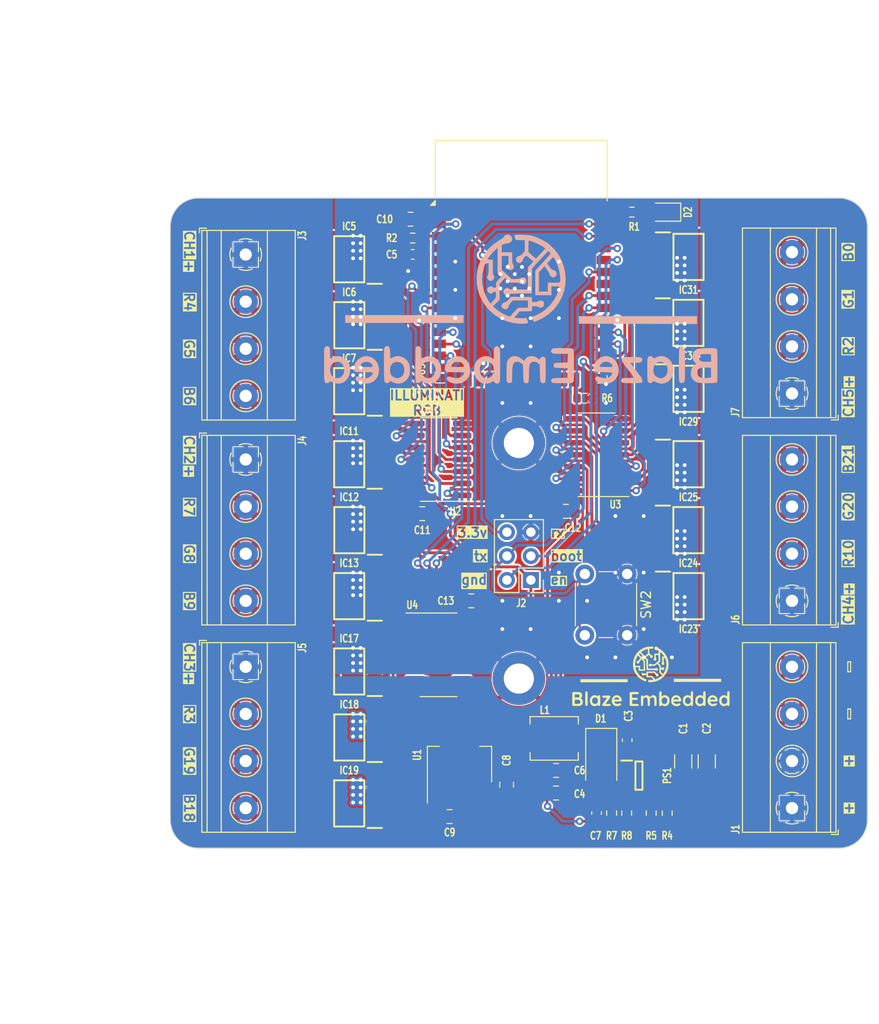
<source format=kicad_pcb>
(kicad_pcb (version 20240108) (generator "pcbnew") (generator_version "8.0")
  (title_block (comment 4 "AISLER Project ID: JMNCNVKM"))
  (layers (0 "F.Cu" signal) (31 "B.Cu" signal) (34 "B.Paste" user) (35 "F.Paste" user) (36 "B.SilkS" user "B.Silkscreen") (37 "F.SilkS" user "F.Silkscreen") (38 "B.Mask" user) (39 "F.Mask" user) (44 "Edge.Cuts" user))
  (net 0 "")
  (net 1 "/esp_en")
  (net 2 "GND")
  (net 3 "VCC")
  (net 4 "+3V3")
  (net 5 "/rx")
  (net 6 "/tx")
  (net 7 "/boot")
  (net 8 "/R1")
  (net 9 "/R2")
  (net 10 "/R3")
  (net 11 "/G1")
  (net 12 "/G2")
  (net 13 "/G3")
  (net 14 "/B1")
  (net 15 "/B2")
  (net 16 "/B3")
  (net 17 "Net-(D1-K)")
  (net 18 "/V_FB")
  (net 19 "/R4")
  (net 20 "/G4")
  (net 21 "/R5")
  (net 22 "/G5")
  (net 23 "/B4")
  (net 24 "/B5")
  (net 25 "+5V")
  (net 26 "/RGB Channel1/R")
  (net 27 "/RGB Channel1/G")
  (net 28 "/RGB Channel1/B")
  (net 29 "/RGB Channel2/R")
  (net 30 "/RGB Channel2/G")
  (net 31 "/RGB Channel1/OUT_R")
  (net 32 "/RGB Channel1/OUT_G")
  (net 33 "/RGB Channel1/OUT_B")
  (net 34 "/RGB Channel2/OUT_R")
  (net 35 "/RGB Channel2/OUT_G")
  (net 36 "/RGB Channel2/OUT_B")
  (net 37 "/RGB Channel3/OUT_R")
  (net 38 "/RGB Channel3/OUT_G")
  (net 39 "/RGB Channel3/OUT_B")
  (net 40 "/RGB Channel4/OUT_R")
  (net 41 "/RGB Channel4/OUT_G")
  (net 42 "/RGB Channel4/OUT_B")
  (net 43 "/RGB Channel5/OUT_R")
  (net 44 "/RGB Channel5/OUT_G")
  (net 45 "/RGB Channel5/OUT_B")
  (net 46 "Net-(PS1-BST)")
  (net 47 "Net-(PS1-EN)")
  (net 48 "/RGB Channel2/B")
  (net 49 "/RGB Channel3/R")
  (net 50 "/RGB Channel3/G")
  (net 51 "/RGB Channel3/B")
  (net 52 "/RGB Channel4/R")
  (net 53 "/RGB Channel4/G")
  (net 54 "/RGB Channel4/B")
  (net 55 "/RGB Channel5/R")
  (net 56 "/RGB Channel5/G")
  (net 57 "/RGB Channel5/B")
  (net 58 "Net-(D2-A)")
  (net 59 "Net-(U5-IO4)")
  (net 60 "Net-(U5-IO2)")
  (footprint "Button_Switch_THT:SW_PUSH_6mm_H8mm" (layer "F.Cu") (at 158.25 111.15 -90)
    (property "Reference" "SW2")
    (property "Value" "SW_SPST")
  )
  (footprint "Capacitor_SMD:C_0805_2012Metric" (layer "F.Cu") (at 151.75 104.5 180)
    (property "Reference" "C12")
    (property "Value" "22u")
  )
  (footprint "Package_SO:SOIC-14_3.9x8.7mm_P1.27mm" (layer "F.Cu") (at 138.225 119.73)
    (property "Reference" "U4")
    (property "Value" "74HC14")
  )
  (footprint "Capacitor_SMD:C_0805_2012Metric" (layer "F.Cu") (at 145.45 133.5 90)
    (property "Reference" "C8")
    (property "Value" "22u")
  )
  (footprint "Resistor_SMD:R_0603_1608Metric" (layer "F.Cu") (at 158.75 72.75)
    (property "Reference" "R1")
    (property "Value" "2k")
  )
  (footprint "Capacitor_SMD:C_0603_1608Metric" (layer "F.Cu") (at 135.48 77.23 180)
    (property "Reference" "C5")
    (property "Value" "100n")
  )
  (footprint "SamacSys_Parts:SOIC127P600X175-8N" (layer "F.Cu") (at 128.738 113.5 180)
    (property "Reference" "IC13")
    (property "Value" "SI4174DY-T1-GE3" (hide yes))
  )
  (footprint "TerminalBlock_Phoenix:TerminalBlock_Phoenix_MKDS-1,5-4_1x04_P5.00mm_Horizontal" (layer "F.Cu") (at 117.75 99 -90)
    (property "Reference" "J4")
    (property "Value" "Conn_01x04")
  )
  (footprint "LED_SMD:LED_0805_2012Metric" (layer "F.Cu") (at 162.25 72.75 180)
    (property "Reference" "D2")
    (property "Value" "LED")
  )
  (footprint "SamacSys_Parts:SOIC127P600X175-8N" (layer "F.Cu") (at 128.738 135.499999 180)
    (property "Reference" "IC19")
    (property "Value" "SI4174DY-T1-GE3" (hide yes))
  )
  (footprint "Diode_SMD:D_SMA" (layer "F.Cu") (at 155.5 131.05 -90)
    (property "Reference" "D1")
    (property "Value" "B340A")
  )
  (footprint "SamacSys_Parts:SOIC127P600X175-8N" (layer "F.Cu") (at 164.75 84.500001)
    (property "Reference" "IC30")
    (property "Value" "SI4174DY-T1-GE3" (hide yes))
  )
  (footprint "TerminalBlock_Phoenix:TerminalBlock_Phoenix_MKDS-1,5-4_1x04_P5.00mm_Horizontal" (layer "F.Cu") (at 175.75 136 90)
    (property "Reference" "J1")
    (property "Value" "Conn_01x04")
  )
  (footprint "TerminalBlock_Phoenix:TerminalBlock_Phoenix_MKDS-1,5-4_1x04_P5.00mm_Horizontal" (layer "F.Cu") (at 175.75 92 90)
    (property "Reference" "J7")
    (property "Value" "Conn_01x04")
  )
  (footprint "SamacSys_Parts:SOIC127P600X175-8N" (layer "F.Cu") (at 164.762 77.500001)
    (property "Reference" "IC31")
    (property "Value" "SI4174DY-T1-GE3" (hide yes))
  )
  (footprint "MountingHole:MountingHole_3.2mm_M3_DIN965_Pad" (layer "F.Cu") (at 146.75 122.25)
    (property "Reference" "H2" (hide yes))
    (property "Value" "MountingHole_Pad")
  )
  (footprint "Connector_PinHeader_2.54mm:PinHeader_2x03_P2.54mm_Vertical" (layer "F.Cu") (at 148.025 111.79 180)
    (property "Reference" "J2")
    (property "Value" "Conn_02x03_Odd_Even")
  )
  (footprint "Capacitor_SMD:C_0805_2012Metric" (layer "F.Cu") (at 150.7 132)
    (property "Reference" "C6")
    (property "Value" "22u")
  )
  (footprint "TerminalBlock_Phoenix:TerminalBlock_Phoenix_MKDS-1,5-4_1x04_P5.00mm_Horizontal" (layer "F.Cu") (at 175.75 114 90)
    (property "Reference" "J6")
    (property "Value" "Conn_01x04")
  )
  (footprint "Package_SO:SOIC-14_3.9x8.7mm_P1.27mm" (layer "F.Cu") (at 155 98.5 180)
    (property "Reference" "U3")
    (property "Value" "74HC14")
  )
  (footprint "TerminalBlock_Phoenix:TerminalBlock_Phoenix_MKDS-1,5-4_1x04_P5.00mm_Horizontal" (layer "F.Cu") (at 117.75 121 -90)
    (property "Reference" "J5")
    (property "Value" "Conn_01x04")
  )
  (footprint "Resistor_SMD:R_0603_1608Metric" (layer "F.Cu") (at 158.2 136.525 -90)
    (property "Reference" "R8")
    (property "Value" "2k")
  )
  (footprint "SamacSys_Parts:SOIC127P600X175-8N" (layer "F.Cu") (at 128.738 91.75 180)
    (property "Reference" "IC7")
    (property "Value" "SI4174DY-T1-GE3" (hide yes))
  )
  (footprint "SamacSys_Parts:SOIC127P600X175-8N" (layer "F.Cu") (at 128.75 128.499999 180)
    (property "Reference" "IC18")
    (property "Value" "SI4174DY-T1-GE3" (hide yes))
  )
  (footprint "SamacSys_Parts:SOIC127P600X175-8N" (layer "F.Cu") (at 128.738 77.75 180)
    (property "Reference" "IC5")
    (property "Value" "SI4174DY-T1-GE3" (hide yes))
  )
  (footprint "SamacSys_Parts:SOIC127P600X175-8N" (layer "F.Cu") (at 128.738 121.499999 180)
    (property "Reference" "IC17")
    (property "Value" "SI4174DY-T1-GE3" (hide yes))
  )
  (footprint "Capacitor_SMD:C_0805_2012Metric" (layer "F.Cu") (at 136.5 104.75)
    (property "Reference" "C11")
    (property "Value" "22u")
  )
  (footprint "Resistor_SMD:R_0603_1608Metric" (layer "F.Cu") (at 153.75 92.5)
    (property "Reference" "R6")
    (property "Value" "10k")
  )
  (footprint "Package_TO_SOT_SMD:SOT-223-3_TabPin2" (layer "F.Cu") (at 140.45 131.35 90)
    (property "Reference" "U1")
    (property "Value" "AMS1117-3.3")
  )
  (footprint "TerminalBlock_Phoenix:TerminalBlock_Phoenix_MKDS-1,5-4_1x04_P5.00mm_Horizontal" (layer "F.Cu") (at 117.75 77.25 -90)
    (property "Reference" "J3")
    (property "Value" "Conn_01x04")
  )
  (footprint "Resistor_SMD:R_0603_1608Metric" (layer "F.Cu") (at 160.8 136.525 90)
    (property "Reference" "R5")
    (property "Value" "2k")
  )
  (footprint "SamacSys_Parts:SOIC127P600X175-8N" (layer "F.Cu") (at 164.762 91.500001)
    (property "Reference" "IC29")
    (property "Value" "SI4174DY-T1-GE3" (hide yes))
  )
  (footprint "MountingHole:MountingHole_3.2mm_M3_DIN965_Pad" (layer "F.Cu") (at 146.75 97.25)
    (property "Reference" "H1" (hide yes))
    (property "Value" "MountingHole_Pad")
  )
  (footprint "LOGO" (layer "F.Cu") (at 160.75 122)
    (property "Reference" "G***" (hide yes))
    (property "Value" "LOGO" (hide yes))
  )
  (footprint "Capacitor_SMD:C_1206_3216Metric" (layer "F.Cu") (at 164.2 131.05 90)
    (property "Reference" "C1")
    (property "Value" "10u/1206")
  )
  (footprint "SamacSys_Parts:SOT95P285X140-6N" (layer "F.Cu") (at 159.5 132.55)
    (property "Reference" "PS1")
    (property "Value" "AP5100WG-7" (hide yes))
  )
  (footprint "Capacitor_SMD:C_0805_2012Metric" (layer "F.Cu") (at 150.7 134.4)
    (property "Reference" "C4")
    (property "Value" "22u")
  )
  (footprint "Capacitor_SMD:C_1206_3216Metric" (layer "F.Cu") (at 166.7 131.05 90)
    (property "Reference" "C2")
    (property "Value" "10u/1206")
  )
  (footprint "Capacitor_SMD:C_0603_1608Metric" (layer "F.Cu") (at 155 136.525 90)
    (property "Reference" "C7")
    (property "Value" "100p")
  )
  (footprint "SamacSys_Parts:SOIC127P600X175-8N" (layer "F.Cu") (at 164.762 99.500001)
    (property "Reference" "IC25")
    (property "Value" "SI4174DY-T1-GE3" (hide yes))
  )
  (footprint "Resistor_SMD:R_0603_1608Metric" (layer "F.Cu") (at 162.5 136.525 -90)
    (property "Reference" "R4")
    (property "Value" "10k")
  )
  (footprint "Resistor_SMD:R_0603_1608Metric" (layer "F.Cu") (at 156.6 136.525 90)
    (property "Reference" "R7")
    (property "Value" "10k")
  )
  (footprint "RF_Module:ESP32-WROOM-32" (layer "F.Cu") (at 147 81)
    (property "Reference" "U5")
    (property "Value" "ESP32-WROOM-32")
  )
  (footprint "SamacSys_Parts:SOIC127P600X175-8N" (layer "F.Cu") (at 164.762 113.500001)
    (property "Reference" "IC23")
    (property "Value" "SI4174DY-T1-GE3" (hide yes))
  )
  (footprint "SamacSys_Parts:SOIC127P600X175-8N" (layer "F.Cu") (at 128.75 84.75 180)
    (property "Reference" "IC6")
    (property "Value" "SI4174DY-T1-GE3" (hide yes))
  )
  (footprint "Capacitor_SMD:C_0805_2012Metric" (layer "F.Cu") (at 135.25 73.5 180)
    (property "Reference" "C10")
    (property "Value" "22u")
  )
  (footprint "Inductor_SMD:L_Chilisin_BMRA00040420" (layer "F.Cu") (at 150.5 128.6 180)
    (property "Reference" "L1")
    (property "Value" "10u/C2921170")
  )
  (footprint "Capacitor_SMD:C_0805_2012Metric" (layer "F.Cu") (at 139.4 136.9 180)
    (property "Reference" "C9")
    (property "Value" "22u")
  )
  (footprint "Package_SO:SOIC-14_3.9x8.7mm_P1.27mm" (layer "F.Cu") (at 138.25 99 180)
    (property "Reference" "U2")
    (property "Value" "74HC14")
  )
  (footprint "Resistor_SMD:R_0603_1608Metric" (layer "F.Cu") (at 135.48 75.5)
    (property "Reference" "R2")
    (property "Value" "10k")
  )
  (footprint "Capacitor_SMD:C_0805_2012Metric" (layer "F.Cu") (at 141.7 114)
    (property "Reference" "C13")
    (property "Value" "22u")
  )
  (footprint "SamacSys_Parts:SOIC127P600X175-8N" (layer "F.Cu") (at 128.75 106.5 180)
    (property "Reference" "IC12")
    (property "Value" "SI4174DY-T1-GE3" (hide yes))
  )
  (footprint "Capacitor_SMD:C_0603_1608Metric" (layer "F.Cu") (at 158.25 128.8 90)
    (property "Reference" "C3")
    (property "Value" "22n")
  )
  (footprint "SamacSys_Parts:SOIC127P600X175-8N" (layer "F.Cu") (at 164.75 106.500001)
    (property "Reference" "IC24")
    (property "Value" "SI4174DY-T1-GE3" (hide yes))
  )
  (footprint "SamacSys_Parts:SOIC127P600X175-8N" (layer "F.Cu") (at 128.738 99.5 180)
    (property "Reference" "IC11")
    (property "Value" "SI4174DY-T1-GE3" (hide yes))
  )
  (footprint "LOGO" (layer "B.Cu") (at 147 83 180)
    (property "Reference" "G***" (hide yes))
    (property "Value" "LOGO" (hide yes))
  )
  (gr_line (start 183.75 137.25) (end 183.75 74.25) (stroke (width 0.1)) (layer "Edge.Cuts"))
  (gr_arc (start 180.75 71.25) (mid 182.87132 72.12868) (end 183.75 74.25) (stroke (width 0.1)) (layer "Edge.Cuts"))
  (gr_line (start 180.75 71.25) (end 112.75 71.25) (stroke (width 0.1)) (layer "Edge.Cuts"))
  (gr_line (start 112.75 140.25) (end 180.75 140.25) (stroke (width 0.1)) (layer "Edge.Cuts"))
  (gr_arc (start 109.75 74.25) (mid 110.62868 72.12868) (end 112.75 71.25) (stroke (width 0.1)) (layer "Edge.Cuts"))
  (gr_line (start 109.75 74.25) (end 109.75 137.25) (stroke (width 0.1)) (layer "Edge.Cuts"))
  (gr_arc (start 183.75 137.25) (mid 182.87132 139.37132) (end 180.75 140.25) (stroke (width 0.1)) (layer "Edge.Cuts"))
  (gr_arc (start 112.75 140.25) (mid 110.62868 139.37132) (end 109.75 137.25) (stroke (width 0.1)) (layer "Edge.Cuts"))
  (gr_text "R7" (at 111.75 104 270) (layer "F.SilkS" knockout) (effects (font (size 1 1) (thickness 0.2))))
  (gr_text "en" (at 150 111.765 0) (layer "F.SilkS" knockout) (effects (font (size 1 1) (thickness 0.2)) (justify left)))
  (gr_text "B9" (at 111.75 114 270) (layer "F.SilkS" knockout) (effects (font (size 1 1) (thickness 0.2))))
  (gr_text "+" (at 181.75 90.750001 90) (layer "F.SilkS" knockout) (effects (font (size 1 1) (thickness 0.2))))
  (gr_text "G20" (at 181.75 104.000001 90) (layer "F.SilkS" knockout) (effects (font (size 1 1) (thickness 0.2))))
  (gr_text "CH3" (at 111.75 119.999999 -90) (layer "F.SilkS" knockout) (effects (font (size 1 1) (thickness 0.2))))
  (gr_text "G19" (at 111.75 130.999999 -90) (layer "F.SilkS" knockout) (effects (font (size 1 1) (thickness 0.2))))
  (gr_text "R10" (at 181.75 109.000001 90) (layer "F.SilkS" knockout) (effects (font (size 1 1) (thickness 0.2))))
  (gr_text "+" (at 111.75 100.25 -90) (layer "F.SilkS" knockout) (effects (font (size 1 1) (thickness 0.2))))
  (gr_text "B21" (at 181.75 99.000001 90) (layer "F.SilkS" knockout) (effects (font (size 1 1) (thickness 0.2))))
  (gr_text "CH4" (at 181.75 115.000001 90) (layer "F.SilkS" knockout) (effects (font (size 1 1) (thickness 0.2))))
  (gr_text "-" (at 181.75 121 90) (layer "F.SilkS" knockout) (effects (font (size 1 1) (thickness 0.2))))
  (gr_text "R2" (at 181.75 87.000001 90) (layer "F.SilkS" knockout) (effects (font (size 1 1) (thickness 0.2))))
  (gr_text "B0" (at 181.75 77.000001 90) (layer "F.SilkS" knockout) (effects (font (size 1 1) (thickness 0.2))))
  (gr_text "rx" (at 150 106.765 0) (layer "F.SilkS" knockout) (effects (font (size 1 1) (thickness 0.2)) (justify left)))
  (gr_text "boot\n" (at 150 109.265 0) (layer "F.SilkS" knockout) (effects (font (size 1 1) (thickness 0.2)) (justify left)))
  (gr_text "tx" (at 143.5 109.265 0) (layer "F.SilkS" knockout) (effects (font (size 1 1) (thickness 0.2)) (justify right)))
  (gr_text "-" (at 181.75 126 90) (layer "F.SilkS" knockout) (effects (font (size 1 1) (thickness 0.2))))
  (gr_text "R3" (at 111.75 125.999999 -90) (layer "F.SilkS" knockout) (effects (font (size 1 1) (thickness 0.2))))
  (gr_text "3.3v" (at 143.5 106.765 0) (layer "F.SilkS" knockout) (effects (font (size 1 1) (thickness 0.2)) (justify right)))
  (gr_text "CH5" (at 181.75 93.000001 90) (layer "F.SilkS" knockout) (effects (font (size 1 1) (thickness 0.2))))
  (gr_text "+" (at 181.75 131 90) (layer "F.SilkS" knockout) (effects (font (size 1 1) (thickness 0.2))))
  (gr_text "+" (at 111.75 122.249999 -90) (layer "F.SilkS" knockout) (effects (font (size 1 1) (thickness 0.2))))
  (gr_text "+" (at 181.75 112.750001 90) (layer "F.SilkS" knockout) (effects (font (size 1 1) (thickness 0.2))))
  (gr_text "ILLUMINATI\nRGB" (at 137 93 0) (layer "F.SilkS" knockout) (effects (font (size 1 1) (thickness 0.2))))
  (gr_text "B6\n" (at 111.75 92.25 270) (layer "F.SilkS" knockout) (effects (font (size 1 1) (thickness 0.2))))
  (gr_text "+" (at 181.75 136 90) (layer "F.SilkS" knockout) (effects (font (size 1 1) (thickness 0.2))))
  (gr_text "B18" (at 111.75 135.999999 -90) (layer "F.SilkS" knockout) (effects (font (size 1 1) (thickness 0.2))))
  (gr_text "CH1" (at 111.75 76.25 -90) (layer "F.SilkS" knockout) (effects (font (size 1 1) (thickness 0.2))))
  (gr_text "+" (at 111.75 78.5 -90) (layer "F.SilkS" knockout) (effects (font (size 1 1) (thickness 0.2))))
  (gr_text "gnd" (at 143.5 111.765 0) (layer "F.SilkS" knockout) (effects (font (size 1 1) (thickness 0.2)) (justify right)))
  (gr_text "CH2" (at 111.75 98 -90) (layer "F.SilkS" knockout) (effects (font (size 1 1) (thickness 0.2))))
  (gr_text "R4" (at 111.75 82.25 270) (layer "F.SilkS" knockout) (effects (font (size 1 1) (thickness 0.2))))
  (gr_text "G5" (at 111.75 87.25 270) (layer "F.SilkS" knockout) (effects (font (size 1 1) (thickness 0.2))))
  (gr_text "G1" (at 181.75 82.000001 90) (layer "F.SilkS" knockout) (effects (font (size 1 1) (thickness 0.2))))
  (gr_text "G8" (at 111.75 109 270) (layer "F.SilkS" knockout) (effects (font (size 1 1) (thickness 0.2))))
  (segment (start 136.305 75.5) (end 136.515 75.29) (width 0.3) (layer "F.Cu") (net 1))
  (segment (start 142.9 77.3) (end 142.9 76.5) (width 0.3) (layer "F.Cu") (net 1))
  (segment (start 142.9 76.5) (end 141.69 75.29) (width 0.3) (layer "F.Cu") (net 1))
  (segment (start 136.255 77.23) (end 136.255 75.55) (width 0.3) (layer "F.Cu") (net 1))
  (segment (start 136.255 75.55) (end 136.305 75.5) (width 0.3) (layer "F.Cu") (net 1))
  (segment (start 141.69 75.29) (end 138.25 75.29) (width 0.3) (layer "F.Cu") (net 1))
  (segment (start 136.515 75.29) (end 138.25 75.29) (width 0.3) (layer "F.Cu") (net 1))
  (via (at 142.9 77.3) (size 0.8) (drill 0.4) (layers "F.Cu" "B.Cu") (net 1))
  (segment (start 145.485 106.71) (end 144.21 106.71) (width 0.3) (layer "B.Cu") (net 1))
  (segment (start 142.9 86.8) (end 142.9 77.3) (width 0.3) (layer "B.Cu") (net 1))
  (segment (start 143.7 87.6) (end 143.1 87) (width 0.3) (layer "B.Cu") (net 1))
  (segment (start 142.8 90.5) (end 143.6 89.7) (width 0.3) (layer "B.Cu") (net 1))
  (segment (start 142.8 105.3) (end 142.8 96.9) (width 0.3) (layer "B.Cu") (net 1))
  (segment (start 143.6 89.7) (end 143.7 89.6) (width 0.3) (layer "B.Cu") (net 1))
  (segment (start 143.1 87) (end 142.9 86.8) (width 0.3) (layer "B.Cu") (net 1))
  (segment (start 144.21 106.71) (end 142.8 105.3) (width 0.3) (layer "B.Cu") (net 1))
  (segment (start 142.8 96.9) (end 142.8 90.5) (width 0.3) (layer "B.Cu") (net 1))
  (segment (start 143.7 89.6) (end 143.7 87.6) (width 0.3) (layer "B.Cu") (net 1))
  (via (at 129.15 98.6) (size 0.8) (drill 0.4) (layers "F.Cu" "B.Cu") (net 2))
  (via (at 160 120) (size 0.8) (drill 0.4) (layers "F.Cu" "B.Cu") (net 2))
  (via (at 148 117) (size 0.8) (drill 0.4) (layers "F.Cu" "B.Cu") (net 2))
  (via (at 164.35 101.200001) (size 0.8) (drill 0.4) (layers "F.Cu" "B.Cu") (net 2))
  (via (at 163.55 84.600001) (size 0.8) (drill 0.4) (layers "F.Cu" "B.Cu") (net 2))
  (via (at 129.95 121.399999) (size 0.8) (drill 0.4) (layers "F.Cu" "B.Cu") (net 2))
  (via (at 163.55 86.200001) (size 0.8) (drill 0.4) (layers "F.Cu" "B.Cu") (net 2))
  (via (at 129.15 83.85) (size 0.8) (drill 0.4) (layers "F.Cu" "B.Cu") (net 2))
  (via (at 129.15 132.999999) (size 0.8) (drill 0.4) (layers "F.Cu" "B.Cu") (net 2))
  (via (at 164.35 80.000001) (size 0.8) (drill 0.4) (layers "F.Cu" "B.Cu") (net 2))
  (via (at 129.15 97.8) (size 0.8) (drill 0.4) (layers "F.Cu" "B.Cu") (net 2))
  (via (at 129.95 105.6) (size 0.8) (drill 0.4) (layers "F.Cu" "B.Cu") (net 2))
  (via (at 163.55 107.400001) (size 0.8) (drill 0.4) (layers "F.Cu" "B.Cu") (net 2))
  (via (at 129.15 97) (size 0.8) (drill 0.4) (layers "F.Cu" "B.Cu") (net 2))
  (via (at 129.95 89.25) (size 0.8) (drill 0.4) (layers "F.Cu" "B.Cu") (net 2))
  (via (at 129.15 111.8) (size 0.8) (drill 0.4) (layers "F.Cu" "B.Cu") (net 2))
  (via (at 164.35 106.600001) (size 0.8) (drill 0.4) (layers "F.Cu" "B.Cu") (net 2))
  (via (at 129.15 134.599999) (size 0.8) (drill 0.4) (layers "F.Cu" "B.Cu") (net 2))
  (via (at 145 87) (size 0.8) (drill 0.4) (layers "F.Cu" "B.Cu") (net 2))
  (via (at 164.35 93.200001) (size 0.8) (drill 0.4) (layers "F.Cu" "B.Cu") (net 2))
  (via (at 129.15 91.65) (size 0.8) (drill 0.4) (layers "F.Cu" "B.Cu") (net 2))
  (via (at 157 111) (size 0.8) (drill 0.4) (layers "F.Cu" "B.Cu") (net 2))
  (via (at 129.15 83.05) (size 0.8) (drill 0.4) (layers "F.Cu" "B.Cu") (net 2))
  (via (at 129.15 120.599999) (size 0.8) (drill 0.4) (layers "F.Cu" "B.Cu") (net 2))
  (via (at 129.15 133.799999) (size 0.8) (drill 0.4) (layers "F.Cu" "B.Cu") (net 2))
  (via (at 129.95 111) (size 0.8) (drill 0.4) (layers "F.Cu" "B.Cu") (net 2))
  (via (at 157 105) (size 0.8) (drill 0.4) (layers "F.Cu" "B.Cu") (net 2))
  (via (at 163.55 114.400001) (size 0.8) (drill 0.4) (layers "F.Cu" "B.Cu") (net 2))
  (via (at 129.95 112.6) (size 0.8) (drill 0.4) (layers "F.Cu" "B.Cu") (net 2))
  (via (at 129.15 106.4) (size 0.8) (drill 0.4) (layers "F.Cu" "B.Cu") (net 2))
  (via (at 129.95 76.85) (size 0.8) (drill 0.4) (layers "F.Cu" "B.Cu") (net 2))
  (via (at 135 79) (size 0.8) (drill 0.4) (layers "F.Cu" "B.Cu") (net 2))
  (via (at 163.55 101.200001) (size 0.8) (drill 0.4) (layers "F.Cu" "B.Cu") (net 2))
  (via (at 129.95 90.05) (size 0.8) (drill 0.4) (layers "F.Cu" "B.Cu") (net 2))
  (via (at 164.35 114.400001) (size 0.8) (drill 0.4) (layers "F.Cu" "B.Cu") (net 2))
  (via (at 129.95 111.8) (size 0.8) (drill 0.4) (layers "F.Cu" "B.Cu") (net 2))
  (via (at 129.95 77.65) (size 0.8) (drill 0.4) (layers "F.Cu" "B.Cu") (net 2))
  (via (at 163.55 77.600001) (size 0.8) (drill 0.4) (layers "F.Cu" "B.Cu") (net 2))
  (via (at 164.35 100.400001) (size 0.8) (drill 0.4) (layers "F.Cu" "B.Cu") (net 2))
  (via (at 163.55 80.000001) (size 0.8) (drill 0.4) (layers "F.Cu" "B.Cu") (net 2))
  (via (at 163.55 106.600001) (size 0.8) (drill 0.4) (layers "F.Cu" "B.Cu") (net 2))
  (via (at 129.15 127.599999) (size 0.8) (drill 0.4) (layers "F.Cu" "B.Cu") (net 2))
  (via (at 163.55 100.400001) (size 0.8) (drill 0.4) (layers "F.Cu" "B.Cu") (net 2))
  (via (at 164.35 107.400001) (size 0.8) (drill 0.4) (layers "F.Cu" "B.Cu") (net 2))
  (via (at 157 120) (size 0.8) (drill 0.4) (layers "F.Cu" "B.Cu") (net 2))
  (via (at 160 117) (size 0.8) (drill 0.4) (layers "F.Cu" "B.Cu") (net 2))
  (via (at 129.15 104.8) (size 0.8) (drill 0.4) (layers "F.Cu" "B.Cu") (net 2))
  (via (at 164.35 99.600001) (size 0.8) (drill 0.4) (layers "F.Cu" "B.Cu") (net 2))
  (via (at 145 84) (size 0.8) (drill 0.4) (layers "F.Cu" "B.Cu") (net 2))
  (via (at 163.55 94.000001) (size 0.8) (drill 0.4) (layers "F.Cu" "B.Cu") (net 2))
  (via (at 129.95 118.999999) (size 0.8) (drill 0.4) (layers "F.Cu" "B.Cu") (net 2))
  (via (at 129.95 104) (size 0.8) (drill 0.4) (layers "F.Cu" "B.Cu") (net 2))
  (via (at 129.15 112.6) (size 0.8) (drill 0.4) (layers "F.Cu" "B.Cu") (net 2))
  (via (at 129.15 77.65) (size 0.8) (drill 0.4) (layers "F.Cu" "B.Cu") (net 2))
  (via (at 129.95 98.6) (size 0.8) (drill 0.4) (layers "F.Cu" "B.Cu") (net 2))
  (via (at 129.15 119.799999) (size 0.8) (drill 0.4) (layers "F.Cu" "B.Cu") (net 2))
  (via (at 164.35 91.600001) (size 0.8) (drill 0.4) (layers "F.Cu" "B.Cu") (net 2))
  (via (at 163 120) (size 0.8) (drill 0.4) (layers "F.Cu" "B.Cu") (net 2))
  (via (at 129.15 111) (size 0.8) (drill 0.4) (layers "F.Cu" "B.Cu") (net 2))
  (via (at 164.35 116.000001) (size 0.8) (drill 0.4) (layers "F.Cu" "B.Cu") (net 2))
  (via (at 129.15 90.85) (size 0.8) (drill 0.4) (layers "F.Cu" "B.Cu") (net 2))
  (via (at 163.55 116.000001) (size 0.8) (drill 0.4) (layers "F.Cu" "B.Cu") (net 2))
  (via (at 154 120) (size 0.8) (drill 0.4) (layers "F.Cu" "B.Cu") (net 2))
  (via (at 129.15 121.399999) (size 0.8) (drill 0.4) (layers "F.Cu" "B.Cu") (net 2))
  (via (at 129.95 120.599999) (size 0.8) (drill 0.4) (layers "F.Cu" "B.Cu") (net 2))
  (via (at 129.15 126.799999) (size 0.8) (drill 0.4) (layers "F.Cu" "B.Cu") (net 2))
  (via (at 163.55 113.600001) (size 0.8) (drill 0.4) (layers "F.Cu" "B.Cu") (net 2))
  (via (at 163.55 108.200001) (size 0.8) (drill 0.4) (layers "F.Cu" "B.Cu") (net 2))
  (via (at 129.15 76.85) (size 0.8) (drill 0.4) (layers "F.Cu" "B.Cu") (net 2))
  (via (at 129.95 97.8) (size 0.8) (drill 0.4) (layers "F.Cu" "B.Cu") (net 2))
  (via (at 164.35 113.600001) (size 0.8) (drill 0.4) (layers "F.Cu" "B.Cu") (net 2))
  (via (at 129.15 104) (size 0.8) (drill 0.4) (layers "F.Cu" "B.Cu") (net 2))
  (via (at 154 114) (size 0.8) (drill 0.4) (layers "F.Cu" "B.Cu") (net 2))
  (via (at 129.95 99.4) (size 0.8) (drill 0.4) (layers "F.Cu" "B.Cu") (net 2))
  (via (at 129.15 113.4) (size 0.8) (drill 0.4) (layers "F.Cu" "B.Cu") (net 2))
  (via (at 129.95 135.399999) (size 0.8) (drill 0.4) (layers "F.Cu" "B.Cu") (net 2))
  (via (at 163.55 102.000001) (size 0.8) (drill 0.4) (layers "F.Cu" "B.Cu") (net 2))
  (via (at 129.95 106.4) (size 0.8) (drill 0.4) (layers "F.Cu" "B.Cu") (net 2))
  (via (at 151 114) (size 0.8) (drill 0.4) (layers "F.Cu" "B.Cu") (net 2))
  (via (at 163.55 91.600001) (size 0.8) (drill 0.4) (layers "F.Cu" "B.Cu") (net 2))
  (via (at 156 93) (size 0.8) (drill 0.4) (layers "F.Cu" "B.Cu") (net 2))
  (via (at 129.95 113.4) (size 0.8) (drill 0.4) (layers "F.Cu" "B.Cu") (net 2))
  (via (at 164.35 84.600001) (size 0.8) (drill 0.4) (layers "F.Cu" "B.Cu") (net 2))
  (via (at 163.55 92.400001) (size 0.8) (drill 0.4) (layers "F.Cu" "B.Cu") (net 2))
  (via (at 129.95 76.05) (size 0.8) (drill 0.4) (layers "F.Cu" "B.Cu") (net 2))
  (via (at 164.35 92.400001) (size 0.8) (drill 0.4) (layers "F.Cu" "B.Cu") (net 2))
  (via (at 145 93) (size 0.8) (drill 0.4) (layers "F.Cu" "B.Cu") (net 2))
  (via (at 160 105) (size 0.8) (drill 0.4) (layers "F.Cu" "B.Cu") (net 2))
  (via (at 163.55 115.200001) (size 0.8) (drill 0.4) (layers "F.Cu" "B.Cu") (net 2))
  (via (at 129.15 84.65) (size 0.8) (drill 0.4) (layers "F.Cu" "B.Cu") (net 2))
  (via (at 140 84) (size 0.8) (drill 0.4) (layers "F.Cu" "B.Cu") (net 2))
  (via (at 151 84) (size 0.8) (drill 0.4) (layers "F.Cu" "B.Cu") (net 2))
  (via (at 129.15 82.25) (size 0.8) (drill 0.4) (layers "F.Cu" "B.Cu") (net 2))
  (via (at 129.95 119.799999) (size 0.8) (drill 0.4) (layers "F.Cu" "B.Cu") (net 2))
  (via (at 129.15 135.399999) (size 0.8) (drill 0.4) (layers "F.Cu" "B.Cu") (net 2))
  (via (at 129.95 126.799999) (size 0.8) (drill 0.4) (layers "F.Cu" "B.Cu") (net 2))
  (via (at 163.55 109.000001) (size 0.8) (drill 0.4) (layers "F.Cu" "B.Cu") (net 2))
  (via (at 148 105) (size 0.8) (drill 0.4) (layers "F.Cu" "B.Cu") (net 2))
  (via (at 164.35 86.200001) (size 0.8) (drill 0.4) (layers "F.Cu" "B.Cu") (net 2))
  (via (at 164.35 94.000001) (size 0.8) (drill 0.4) (layers "F.Cu" "B.Cu") (net 2))
  (via (at 129.15 89.25) (size 0.8) (drill 0.4) (layers "F.Cu" "B.Cu") (net 2))
  (via (at 140 81) (size 0.8) (drill 0.4) (layers "F.Cu" "B.Cu") (net 2))
  (via (at 163.55 79.200001) (size 0.8) (drill 0.4) (layers "F.Cu" "B.Cu") (net 2))
  (via (at 164.35 85.400001) (size 0.8) (drill 0.4) (layers "F.Cu" "B.Cu") (net 2))
  (via (at 129.95 104.8) (size 0.8) (drill 0.4) (layers "F.Cu" "B.Cu") (net 2))
  (via (at 164.35 77.600001) (size 0.8) (drill 0.4) (layers "F.Cu" "B.Cu") (net 2))
  (via (at 129.95 91.65) (size 0.8) (drill 0.4) (layers "F.Cu" "B.Cu") (net 2))
  (via (at 163.55 87.000001) (size 0.8) (drill 0.4) (layers "F.Cu" "B.Cu") (net 2))
  (via (at 129.95 82.25) (size 0.8) (drill 0.4) (layers "F.Cu" "B.Cu") (net 2))
  (via (at 145 114) (size 0.8) (drill 0.4) (layers "F.Cu" "B.Cu") (net 2))
  (via (at 156 91) (size 0.8) (drill 0.4) (layers "F.Cu" "B.Cu") (net 2))
  (via (at 129.15 99.4) (size 0.8) (drill 0.4) (layers "F.Cu" "B.Cu") (net 2))
  (via (at 129.15 75.25) (size 0.8) (drill 0.4) (layers "F.Cu" "B.Cu") (net 2))
  (via (at 164.35 79.200001) (size 0.8) (drill 0.4) (layers "F.Cu" "B.Cu") (net 2))
  (via (at 140 78) (size 0.8) (drill 0.4) (layers "F.Cu" "B.Cu") (net 2))
  (via (at 129.15 76.05) (size 0.8) (drill 0.4) (layers "F.Cu" "B.Cu") (net 2))
  (via (at 129.15 128.399999) (size 0.8) (drill 0.4) (layers "F.Cu" "B.Cu") (net 2))
  (via (at 164.35 109.000001) (size 0.8) (drill 0.4) (layers "F.Cu" "B.Cu") (net 2))
  (via (at 151 111) (size 0.8) (drill 0.4) (layers "F.Cu" "B.Cu") (net 2))
  (via (at 148 84) (size 0.8) (drill 0.4) (layers "F.Cu" "B.Cu") (net 2))
  (via (at 129.95 128.399999) (size 0.8) (drill 0.4) (layers "F.Cu" "B.Cu") (net 2))
  (via (at 129.15 125.999999) (size 0.8) (drill 0.4) (layers "F.Cu" "B.Cu") (net 2))
  (via (at 163.55 85.400001) (size 0.8) (drill 0.4) (layers "F.Cu" "B.Cu") (net 2))
  (via (at 163.55 78.400001) (size 0.8) (drill 0.4) (layers "F.Cu" "B.Cu") (net 2))
  (via (at 145 105) (size 0.8) (drill 0.4) (layers "F.Cu" "B.Cu") (net 2))
  (via (at 151 81) (size 0.8) (drill 0.4) (layers "F.Cu" "B.Cu") (net 2))
  (via (at 145 117) (size 0.8) (drill 0.4) (layers "F.Cu" "B.Cu") (net 2))
  (via (at 148 93) (size 0.8) (drill 0.4) (layers "F.Cu" "B.Cu") (net 2))
  (via (at 129.95 97) (size 0.8) (drill 0.4) (layers "F.Cu" "B.Cu") (net 2))
  (via (at 151 78) (size 0.8) (drill 0.4) (layers "F.Cu" "B.Cu") (net 2))
  (via (at 164.35 115.200001) (size 0.8) (drill 0.4) (layers "F.Cu" "B.Cu") (net 2))
  (via (at 129.95 133.799999) (size 0.8) (drill 0.4) (layers "F.Cu" "B.Cu") (net 2))
  (via (at 148 87) (size 0.8) (drill 0.4) (layers "F.Cu" "B.Cu") (net 2))
  (via (at 163.55 93.200001) (size 0.8) (drill 0.4) (layers "F.Cu" "B.Cu") (net 2))
  (via (at 129.95 83.85) (size 0.8) (drill 0.4) (layers "F.Cu" "B.Cu") (net 2))
  (via (at 164.35 102.000001) (size 0.8) (drill 0.4) (layers "F.Cu" "B.Cu") (net 2))
  (via (at 129.15 105.6) (size 0.8) (drill 0.4) (layers "F.Cu" "B.Cu") (net 2))
  (via (at 129.95 84.65) (size 0.8) (drill 0.4) (layers "F.Cu" "B.Cu") (net 2))
  (via (at 164.35 108.200001) (size 0.8) (drill 0.4) (layers "F.Cu" "B.Cu") (net 2))
  (via (at 160 111) (size 0.8) (drill 0.4) (layers "F.Cu" "B.Cu") (net 2))
  (via (at 129.95 75.25) (size 0.8) (drill 0.4) (layers "F.Cu" "B.Cu") (net 2))
  (via (at 129.95 134.599999) (size 0.8) (drill 0.4) (layers "F.Cu" "B.Cu") (net 2))
  (via (at 129.15 118.999999) (size 0.8) (drill 0.4) (layers "F.Cu" "B.Cu") (net 2))
  (via (at 129.95 132.999999) (size 0.8) (drill 0.4) (layers "F.Cu" "B.Cu") (net 2))
  (via (at 163.55 99.600001) (size 0.8) (drill 0.4) (layers "F.Cu" "B.Cu") (net 2))
  (via (at 164.35 87.000001) (size 0.8) (drill 0.4) (layers "F.Cu" "B.Cu") (net 2))
  (via (at 129.95 90.85) (size 0.8) (drill 0.4) (layers "F.Cu" "B.Cu") (net 2))
  (via (at 129.95 83.05) (size 0.8) (drill 0.4) (layers "F.Cu" "B.Cu") (net 2))
  (via (at 129.15 90.05) (size 0.8) (drill 0.4) (layers "F.Cu" "B.Cu") (net 2))
  (via (at 129.95 125.999999) (size 0.8) (drill 0.4) (layers "F.Cu" "B.Cu") (net 2))
  (via (at 129.95 127.599999) (size 0.8) (drill 0.4) (layers "F.Cu" "B.Cu") (net 2))
  (via (at 164.35 78.400001) (size 0.8) (drill 0.4) (layers "F.Cu" "B.Cu") (net 2))
  (segment (start 164.2 132.525) (end 166.7 132.525) (width 0.3) (layer "F.Cu") (net 3))
  (segment (start 162.5 137.35) (end 163.6 137.35) (width 0.3) (layer "F.Cu") (net 3))
  (segment (start 163.6 137.35) (end 164.2 136.75) (width 0.3) (layer "F.Cu") (net 3))
  (segment (start 171.25 131) (end 175.75 131) (width 0.3) (layer "F.Cu") (net 3))
  (segment (start 169.725 132.525) (end 171.25 131) (width 0.3) (layer "F.Cu") (net 3))
  (segment (start 166.7 132.525) (end 169.725 132.525) (width 0.3) (layer "F.Cu") (net 3))
  (segment (start 164.2 136.75) (end 164.2 132.525) (width 0.3) (layer "F.Cu") (net 3))
  (segment (start 164.2 132.525) (end 160.825 132.525) (width 0.3) (layer "F.Cu") (net 3))
  (segment (start 160.825 132.525) (end 160.8 132.55) (width 0.3) (layer "F.Cu") (net 3))
  (segment (start 150.2 124) (end 150.2 116.6) (width 0.3) (layer "F.Cu") (net 4))
  (segment (start 136.75 73.5) (end 136.2 73.5) (width 0.3) (layer "F.Cu") (net 4))
  (segment (start 137.27 74.02) (end 136.75 73.5) (width 0.3) (layer "F.Cu") (net 4))
  (segment (start 148.025 114.425) (end 148.025 111.79) (width 0.3) (layer "F.Cu") (net 4))
  (segment (start 140.45 128.2) (end 146 128.2) (width 0.3) (layer "F.Cu") (net 4))
  (segment (start 138.27 74) (end 138.25 74.02) (width 0.3) (layer "F.Cu") (net 4))
  (segment (start 140.45 134.5) (end 140.45 128.2) (width 0.3) (layer "F.Cu") (net 4))
  (segment (start 136.2 73.5) (end 135.5 74.2) (width 0.3) (layer "F.Cu") (net 4))
  (segment (start 150.2 116.6) (end 148.025 114.425) (width 0.3) (layer "F.Cu") (net 4))
  (segment (start 135.5 74.655) (end 134.655 75.5) (width 0.3) (layer "F.Cu") (net 4))
  (segment (start 146 128.2) (end 150.2 124) (width 0.3) (layer "F.Cu") (net 4))
  (segment (start 146.635 110.4) (end 148.025 111.79) (width 0.3) (layer "F.Cu") (net 4))
  (segment (start 142.8 110.4) (end 146.635 110.4) (width 0.3) (layer "F.Cu") (net 4))
  (segment (start 139.475 107.075) (end 142.8 110.4) (width 0.3) (layer "F.Cu") (net 4))
  (segment (start 140.05 74) (end 138.27 74) (width 0.3) (layer "F.Cu") (net 4))
  (segment (start 138.25 74.02) (end 137.27 74.02) (width 0.3) (layer "F.Cu") (net 4))
  (segment (start 140.35 136.9) (end 140.35 134.6) (width 0.3) (layer "F.Cu") (net 4))
  (segment (start 140.35 134.6) (end 140.45 134.5) (width 0.3) (layer "F.Cu") (net 4))
  (segment (start 135.5 74.2) (end 135.5 74.655) (width 0.3) (layer "F.Cu") (net 4))
  (segment (start 139.475 104.775) (end 139.475 107.075) (width 0.3) (layer "F.Cu") (net 4))
  (via (at 140.05 74) (size 0.8) (drill 0.4) (layers "F.Cu" "B.Cu") (net 4))
  (via (at 139.475 104.775) (size 0.8) (drill 0.4) (layers "F.Cu" "B.Cu") (net 4))
  (segment (start 138.75 74.05) (end 140 74.05) (width 0.3) (layer "B.Cu") (net 4))
  (segment (start 138.35 101.2) (end 137.65 100.5) (width 0.3) (layer "B.Cu") (net 4))
  (segment (start 139.475 104.775) (end 138.35 103.65) (width 0.3) (layer "B.Cu") (net 4))
  (segment (start 140 74.05) (end 140.05 74) (width 0.3) (layer "B.Cu") (net 4))
  (segment (start 138.35 103.65) (end 138.35 101.2) (width 0.3) (layer "B.Cu") (net 4))
  (segment (start 137.65 100.5) (end 137.65 75.15) (width 0.3) (layer "B.Cu") (net 4))
  (segment (start 137.65 75.15) (end 138.75 74.05) (width 0.3) (layer "B.Cu") (net 4))
  (segment (start 155.78 77.8) (end 155.75 77.83) (width 0.3) (layer "F.Cu") (net 5))
  (segment (start 157.2 77.8) (end 155.78 77.8) (width 0.3) (layer "F.Cu") (net 5))
  (via (at 157.2 77.8) (size 0.8) (drill 0.4) (layers "F.Cu" "B.Cu") (net 5))
  (segment (start 156 83.5) (end 156 78.3) (width 0.3) (layer "B.Cu") (net 5))
  (segment (start 146.775 110.5) (end 149.9 110.5) (width 0.3) (layer "B.Cu") (net 5))
  (segment (start 145.485 111.79) (end 146.775 110.5) (width 0.3) (layer "B.Cu") (net 5))
  (segment (start 149.9 110.5) (end 155 105.4) (width 0.3) (layer "B.Cu") (net 5))
  (segment (start 156.5 77.8) (end 157.2 77.8) (width 0.3) (layer "B.Cu") (net 5))
  (segment (start 156 78.3) (end 156.5 77.8) (width 0.3) (layer "B.Cu") (net 5))
  (segment (start 155 105.4) (end 155 84.5) (width 0.3) (layer "B.Cu") (net 5))
  (segment (start 155 84.5) (end 156 83.5) (width 0.3) (layer "B.Cu") (net 5))
  (segment (start 155.75 76.56) (end 157.16 76.56) (width 0.3) (layer "F.Cu") (net 6))
  (segment (start 157.16 76.56) (end 157.2 76.6) (width 0.3) (layer "F.Cu") (net 6))
  (via (at 157.2 76.6) (size 0.8) (drill 0.4) (layers "F.Cu" "B.Cu") (net 6))
  (segment (start 154.4 104.6) (end 149.75 109.25) (width 0.3) (layer "B.Cu") (net 6))
  (segment (start 156.1 76.6) (end 155.3 77.4) (width 0.3) (layer "B.Cu") (net 6))
  (segment (start 154.4 84) (end 154.4 104.6) (width 0.3) (layer "B.Cu") (net 6))
  (segment (start 157.2 76.6) (end 156.1 76.6) (width 0.3) (layer "B.Cu") (net 6))
  (segment (start 155.3 77.4) (end 155.3 83.1) (width 0.3) (layer "B.Cu") (net 6))
  (segment (start 149.75 109.25) (end 148.025 109.25) (width 0.3) (layer "B.Cu") (net 6))
  (segment (start 155.3 83.1) (end 154.4 84) (width 0.3) (layer "B.Cu") (net 6))
  (segment (start 153.75 117.65) (end 153.730761 117.65) (width 0.2) (layer "F.Cu") (net 7))
  (segment (start 153.2 111.7) (end 153.75 111.15) (width 0.2) (layer "F.Cu") (net 7))
  (segment (start 153.730761 117.65) (end 153.2 117.119239) (width 0.2) (layer "F.Cu") (net 7))
  (segment (start 153.2 117.119239) (end 153.2 111.7) (width 0.2) (layer "F.Cu") (net 7))
  (segment (start 153.6 88.6) (end 154.26 89.26) (width 0.3) (layer "F.Cu") (net 7))
  (segment (start 154.26 89.26) (end 155.75 89.26) (width 0.3) (layer "F.Cu") (net 7))
  (via (at 153.6 88.6) (size 0.8) (drill 0.4) (layers "F.Cu" "B.Cu") (net 7))
  (segment (start 151.7 113.2) (end 153.75 111.15) (width 0.3) (layer "B.Cu") (net 7))
  (segment (start 144 110.735) (end 144 112.6) (width 0.3) (layer "B.Cu") (net 7))
  (segment (start 144.6 113.2) (end 151.7 113.2) (width 0.3) (layer "B.Cu") (net 7))
  (segment (start 145.485 109.25) (end 144 110.735) (width 0.3) (layer "B.Cu") (net 7))
  (segment (start 145.485 109.25) (end 146.635 108.1) (width 0.3) (layer "B.Cu") (net 7))
  (segment (start 144 112.6) (end 144.6 113.2) (width 0.3) (layer "B.Cu") (net 7))
  (segment (start 153.6 104.2) (end 153.6 88.6) (width 0.3) (layer "B.Cu") (net 7))
  (segment (start 146.635 108.1) (end 149.7 108.1) (width 0.3) (layer "B.Cu") (net 7))
  (segment (start 149.7 108.1) (end 153.6 104.2) (width 0.3) (layer "B.Cu") (net 7))
  (segment (start 139.48 97.73) (end 140.725 97.73) (width 0.3) (layer "F.Cu") (net 8))
  (segment (start 139.075 97.325) (end 139.48 97.73) (width 0.3) (layer "F.Cu") (net 8))
  (segment (start 138.26 88) (end 138.25 87.99) (width 0.3) (layer "F.Cu") (net 8))
  (segment (start 139.5 88) (end 138.26 88) (width 0.3) (layer "F.Cu") (net 8))
  (via (at 139.075 97.325) (size 0.8) (drill 0.4) (layers "F.Cu" "B.Cu") (net 8))
  (via (at 139.5 88) (size 0.8) (drill 0.4) (layers "F.Cu" "B.Cu") (net 8))
  (segment (start 139 97.25) (end 139 88.5) (width 0.3) (layer "B.Cu") (net 8))
  (segment (start 139.075 97.325) (end 139 97.25) (width 0.3) (layer "B.Cu") (net 8))
  (segment (start 139 88.5) (end 139.5 88) (width 0.3) (layer "B.Cu") (net 8))
  (segment (start 135.735 96.5) (end 135.775 96.46) (width 0.3) (layer "F.Cu") (net 9))
  (segment (start 135.4 80.6) (end 136.44 81.64) (width 0.3) (layer "F.Cu") (net 9))
  (segment (start 133.75 96.5) (end 135.735 96.5) (width 0.3) (layer "F.Cu") (net 9))
  (segment (start 136.44 81.64) (end 138.25 81.64) (width 0.3) (layer "F.Cu") (net 9))
  (via (at 133.75 96.5) (size 0.8) (drill 0.4) (layers "F.Cu" "B.Cu") (net 9))
  (via (at 135.4 80.6) (size 0.8) (drill 0.4) (layers "F.Cu" "B.Cu") (net 9))
  (segment (start 134.95 81.05) (end 134.95 84.4) (width 0.3) (layer "B.Cu") (net 9))
  (segment (start 135.8 94.45) (end 133.75 96.5) (width 0.3) (layer "B.Cu") (net 9))
  (segment (start 135.4 80.6) (end 134.95 81.05) (width 0.3) (layer "B.Cu") (net 9))
  (segment (start 134.95 84.4) (end 135.8 85.25) (width 0.3) (layer "B.Cu") (net 9))
  (segment (start 135.8 85.25) (end 135.8 94.45) (width 0.3) (layer "B.Cu") (net 9))
  (segment (start 155.75 74.02) (end 154.22 74.02) (width 0.3) (layer "F.Cu") (net 10))
  (segment (start 136 110) (end 136.5 110.5) (width 0.3) (layer "F.Cu") (net 10))
  (segment (start 154.22 74.02) (end 154.2 74) (width 0.3) (layer "F.Cu") (net 10))
  (segment (start 136.5 110.5) (end 136.5 115.17) (width 0.3) (layer "F.Cu") (net 10))
  (segment (start 136.5 115.17) (end 135.75 115.92) (width 0.3) (layer "F.Cu") (net 10))
  (via (at 154.2 74) (size 0.8) (drill 0.4) (layers "F.Cu" "B.Cu") (net 10))
  (via (at 136 110) (size 0.8) (drill 0.4) (layers "F.Cu" "B.Cu") (net 10))
  (segment (start 141.4 76.5) (end 143.9 74) (width 0.3) (layer "B.Cu") (net 10))
  (segment (start 143.9 74) (end 154.2 74) (width 0.3) (layer "B.Cu") (net 10))
  (segment (start 136 110) (end 136 109.88995) (width 0.3) (layer "B.Cu") (net 10))
  (segment (start 140.7 105.18995) (end 140.7 89.5) (width 0.3) (layer "B.Cu") (net 10))
  (segment (start 140.7 89.5) (end 141.4 88.8) (width 0.3) (layer "B.Cu") (net 10))
  (segment (start 141.4 88.8) (end 141.4 76.5) (width 0.3) (layer "B.Cu") (net 10))
  (segment (start 136 109.88995) (end 140.7 105.18995) (width 0.3) (layer "B.Cu") (net 10))
  (segment (start 139.7 85.45) (end 138.25 85.45) (width 0.3) (layer "F.Cu") (net 11))
  (segment (start 139.75 85.5) (end 139.7 85.45) (width 0.3) (layer "F.Cu") (net 11))
  (segment (start 138.77 100.27) (end 138.5 100) (width 0.3) (layer "F.Cu") (net 11))
  (segment (start 140.725 100.27) (end 138.77 100.27) (width 0.3) (layer "F.Cu") (net 11))
  (via (at 138.5 100) (size 0.8) (drill 0.4) (layers "F.Cu" "B.Cu") (net 11))
  (via (at 139.75 85.5) (size 0.8) (drill 0.4) (layers "F.Cu" "B.Cu") (net 11))
  (segment (start 138.35 99.85) (end 138.35 86.15) (width 0.3) (layer "B.Cu") (net 11))
  (segment (start 138.35 86.15) (end 139 85.5) (width 0.3) (layer "B.Cu") (net 11))
  (segment (start 139 85.5) (end 139.75 85.5) (width 0.3) (layer "B.Cu") (net 11))
  (segment (start 138.5 100) (end 138.35 99.85) (width 0.3) (layer "B.Cu") (net 11))
  (segment (start 136.22 84.18) (end 138.25 84.18) (width 0.3) (layer "F.Cu") (net 12))
  (segment (start 136.15 84.25) (end 136.22 84.18) (width 0.3) (layer "F.Cu") (net 12))
  (segment (start 134.25 99) (end 135.775 99) (width 0.3) (layer "F.Cu") (net 12))
  (via (at 136.15 84.25) (size 0.8) (drill 0.4) (layers "F.Cu" "B.Cu") (net 12))
  (via (at 134.25 99) (size 0.8) (drill 0.4) (layers "F.Cu" "B.Cu") (net 12))
  (segment (start 136.4 84.5) (end 136.4 96.85) (width 0.3) (layer "B.Cu") (net 12))
  (segment (start 136.15 84.25) (end 136.4 84.5) (width 0.3) (layer "B.Cu") (net 12))
  (segment (start 136.4 96.85) (end 134.25 99) (width 0.3) (layer "B.Cu") (net 12))
  (segment (start 137 110) (end 137.25 110.25) (width 0.3) (layer "F.Cu") (net 13))
  (segment (start 154.2 75.3) (end 155.74 75.3) (width 0.3) (layer "F.Cu") (net 13))
  (segment (start 137.25 110.25) (end 137.25 118.138888) (width 0.3) (layer "F.Cu") (net 13))
  (segment (start 136.928888 118.46) (end 135.75 118.46) (width 0.3) (layer "F.Cu") (net 13))
  (segment (start 155.74 75.3) (end 155.75 75.29) (width 0.3) (layer "F.Cu") (net 13))
  (segment (start 137.25 118.138888) (end 136.928888 118.46) (width 0.3) (layer "F.Cu") (net 13))
  (via (at 154.2 75.3) (size 0.8) (drill 0.4) (layers "F.Cu" "B.Cu") (net 13))
  (via (at 137 110) (size 0.8) (drill 0.4) (layers "F.Cu" "B.Cu") (net 13))
  (segment (start 144.3 74.6) (end 152.9 74.6) (width 0.3) (layer "B.Cu") (net 13))
  (segment (start 137 110) (end 141.4 105.6) (width 0.3) (layer "B.Cu") (net 13))
  (segment (start 142.1 89.1) (end 142.1 76.8) (width 0.3) (layer "B.Cu") (net 13))
  (segment (start 153.6 75.3) (end 154.2 75.3) (width 0.3) (layer "B.Cu") (net 13))
  (segment (start 141.4 105.6) (end 141.4 89.8) (width 0.3) (layer "B.Cu") (net 13))
  (segment (start 141.4 89.8) (end 142.1 89.1) (width 0.3) (layer "B.Cu") (net 13))
  (segment (start 152.9 74.6) (end 153.6 75.3) (width 0.3) (layer "B.Cu") (net 13))
  (segment (start 142.1 76.8) (end 144.3 74.6) (width 0.3) (layer "B.Cu") (net 13))
  (segment (start 139.36 102.81) (end 140.725 102.81) (width 0.3) (layer "F.Cu") (net 14))
  (segment (start 139.15 102.6) (end 139.36 102.81) (width 0.3) (layer "F.Cu") (net 14))
  (segment (start 138.28 86.75) (end 138.25 86.72) (width 0.3) (layer "F.Cu") (net 14))
  (segment (start 140.1 86.75) (end 138.28 86.75) (width 0.3) (layer "F.Cu") (net 14))
  (via (at 139.15 102.6) (size 0.8) (drill 0.4) (layers "F.Cu" "B.Cu") (net 14))
  (via (at 140.1 86.75) (size 0.8) (drill 0.4) (layers "F.Cu" "B.Cu") (net 14))
  (segment (start 139.15 102.6) (end 140 101.75) (width 0.3) (layer "B.Cu") (net 14))
  (segment (start 140.75 87.25) (end 140.25 86.75) (width 0.3) (layer "B.Cu") (net 14))
  (segment (start 140 89) (end 140.75 88.25) (width 0.3) (layer "B.Cu") (net 14))
  (segment (start 140.25 86.75) (end 140.1 86.75) (width 0.3) (layer "B.Cu") (net 14))
  (segment (start 140 101.75) (end 140 89) (width 0.3) (layer "B.Cu") (net 14))
  (segment (start 140.75 88.25) (end 140.75 87.25) (width 0.3) (layer "B.Cu") (net 14))
  (segment (start 136.84 82.91) (end 136.75 83) (width 0.3) (layer "F.Cu") (net 15))
  (segment (start 137.04 101.54) (end 135.775 101.54) (width 0.3) (layer "F.Cu") (net 15))
  (segment (start 138.25 82.91) (end 136.84 82.91) (width 0.3) (layer "F.Cu") (net 15))
  (segment (start 137.5 102) (end 137.04 101.54) (width 0.3) (layer "F.Cu") (net 15))
  (via (at 136.75 83) (size 0.8) (drill 0.4) (layers "F.Cu" "B.Cu") (net 15))
  (via (at 137.5 102) (size 0.8) (drill 0.4) (layers "F.Cu" "B.Cu") (net 15))
  (segment (start 137 83.25) (end 137 101.5) (width 0.3) (layer "B.Cu") (net 15))
  (segment (start 136.75 83) (end 137 83.25) (width 0.3) (layer "B.Cu") (net 15))
  (segment (start 137 101.5) (end 137.5 102) (width 0.3) (layer "B.Cu") (net 15))
  (segment (start 137 121) (end 137.994975 120.005025) (width 0.3) (layer "F.Cu") (net 16))
  (segment (start 143 88.8) (end 142.56 89.24) (width 0.3) (layer "F.Cu") (net 16))
  (segment (start 142.56 89.24) (end 142.56 90.51) (width 0.3) (layer "F.Cu") (net 16))
  (segment (start 137.994975 120.005025) (end 137.994975 109.994975) (width 0.3) (layer "F.Cu") (net 16))
  (segment (start 135.75 121) (end 137 121) (width 0.3) (layer "F.Cu") (net 16))
  (via (at 137.994975 109.994975) (size 0.8) (drill 0.4) (layers "F.Cu" "B.Cu") (net 16))
  (via (at 143 88.8) (size 0.8) (drill 0.4) (layers "F.Cu" "B.Cu") (net 16))
  (segment (start 142.1 105.88995) (end 142.1 90.1) (width 0.3) (layer "B.Cu") (net 16))
  (segment (start 142.1 90.1) (end 143 89.2) (width 0.3) (layer "B.Cu") (net 16))
  (segment (start 143 89.2) (end 143 88.8) (width 0.3) (layer "B.Cu") (net 16))
  (segment (start 137.994975 109.994975) (end 142.1 105.88995) (width 0.3) (layer "B.Cu") (net 16))
  (segment (start 156.6 135.7) (end 158.2 135.7) (width 0.3) (layer "F.Cu") (net 18))
  (segment (start 156.55 135.75) (end 156.6 135.7) (width 0.3) (layer "F.Cu") (net 18))
  (segment (start 158.2 135.7) (end 158.2 133.5) (width 0.3) (layer "F.Cu") (net 18))
  (segment (start 155 135.75) (end 156.55 135.75) (width 0.3) (layer "F.Cu") (net 18))
  (segment (start 150.74 101.04) (end 150.7 101) (width 0.3) (layer "F.Cu") (net 19))
  (segment (start 154.2 82.9) (end 155.74 82.9) (width 0.3) (layer "F.Cu") (net 19))
  (segment (start 152.525 101.04) (end 150.74 101.04) (width 0.3) (layer "F.Cu") (net 19))
  (segment (start 155.74 82.9) (end 155.75 82.91) (width 0.3) (layer "F.Cu") (net 19))
  (via (at 150.7 101) (size 0.8) (drill 0.4) (layers "F.Cu" "B.Cu") (net 19))
  (via (at 154.2 82.9) (size 0.8) (drill 0.4) (layers "F.Cu" "B.Cu") (net 19))
  (segment (start 153.6 83.5) (end 154.2 82.9) (width 0.3) (layer "B.Cu") (net 19))
  (segment (start 152.9 98.8) (end 152.9 88.1) (width 0.3) (layer "B.Cu") (net 19))
  (segment (start 150.7 101) (end 152.9 98.8) (width 0.3) (layer "B.Cu") (net 19))
  (segment (start 153.6 87.4) (end 153.6 83.5) (width 0.3) (layer "B.Cu") (net 19))
  (segment (start 152.9 88.1) (end 153.6 87.4) (width 0.3) (layer "B.Cu") (net 19))
  (segment (start 151.2 98.5) (end 150.7 98) (width 0.3) (layer "F.Cu") (net 20))
  (segment (start 152.525 98.5) (end 151.2 98.5) (width 0.3) (layer "F.Cu") (net 20))
  (segment (start 154.2 81.6) (end 155.71 81.6) (width 0.3) (layer "F.Cu") (net 20))
  (segment (start 155.71 81.6) (end 155.75 81.64) (width 0.3) (layer "F.Cu") (net 20))
  (via (at 154.2 81.6) (size 0.8) (drill 0.4) (layers "F.Cu" "B.Cu") (net 20))
  (via (at 150.7 98) (size 0.8) (drill 0.4) (layers "F.Cu" "B.Cu") (net 20))
  (segment (start 151.3 98) (end 152.2 97.1) (width 0.3) (layer "B.Cu") (net 20))
  (segment (start 152.2 87.8) (end 153 87) (width 0.3) (layer "B.Cu") (net 20))
  (segment (start 150.7 98) (end 151.3 98) (width 0.3) (layer "B.Cu") (net 20))
  (segment (start 153 82.8) (end 154.2 81.6) (width 0.3) (layer "B.Cu") (net 20))
  (segment (start 153 87) (end 153 82.8) (width 0.3) (layer "B.Cu") (net 20))
  (segment (start 152.2 97.1) (end 152.2 87.8) (width 0.3) (layer "B.Cu") (net 20))
  (segment (start 157.2 84.2) (end 155.77 84.2) (width 0.3) (layer "F.Cu") (net 21))
  (segment (start 159.2 102.3) (end 157.485 102.3) (width 0.3) (layer "F.Cu") (net 21))
  (segment (start 157.485 102.3) (end 157.475 102.31) (width 0.3) (layer "F.Cu") (net 21))
  (segment (start 155.77 84.2) (end 155.75 84.18) (width 0.3) (layer "F.Cu") (net 21))
  (via (at 159.2 102.3) (size 0.8) (drill 0.4) (layers "F.Cu" "B.Cu") (net 21))
  (via (at 157.2 84.2) (size 0.8) (drill 0.4) (layers "F.Cu" "B.Cu") (net 21))
  (segment (start 158.3 84.4) (end 158.1 84.2) (width 0.3) (layer "B.Cu") (net 21))
  (segment (start 159.2 102.3) (end 160.1 101.4) (width 0.3) (layer "B.Cu") (net 21))
  (segment (start 158.8 84.9) (end 158.3 84.4) (width 0.3) (layer "B.Cu") (net 21))
  (segment (start 158.8 98.1) (end 158.8 84.9) (width 0.3) (layer "B.Cu") (net 21))
  (segment (start 158.1 84.2) (end 157.2 84.2) (width 0.3) (layer "B.Cu") (net 21))
  (segment (start 160.1 101.4) (end 160.1 99.4) (width 0.3) (layer "B.Cu") (net 21))
  (segment (start 160.1 99.4) (end 158.8 98.1) (width 0.3) (layer "B.Cu") (net 21))
  (segment (start 159.2 99.7) (end 159.13 99.77) (width 0.3) (layer "F.Cu") (net 22))
  (segment (start 157.3 85.5) (end 155.8 85.5) (width 0.3) (layer "F.Cu") (net 22))
  (segment (start 155.8 85.5) (end 155.75 85.45) (width 0.3) (layer "F.Cu") (net 22))
  (segment (start 159.13 99.77) (end 157.475 99.77) (width 0.3) (layer "F.Cu") (net 22))
  (via (at 159.2 99.7) (size 0.8) (drill 0.4) (layers "F.Cu" "B.Cu") (net 22))
  (via (at 157.3 85.5) (size 0.8) (drill 0.4) (layers "F.Cu" "B.Cu") (net 22))
  (segment (start 158.1 98.6) (end 159.2 99.7) (width 0.3) (layer "B.Cu") (net 22))
  (segment (start 158.1 86.3) (end 158.1 98.6) (width 0.3) (layer "B.Cu") (net 22))
  (segment (start 157.3 85.5) (end 158.1 86.3) (width 0.3) (layer "B.Cu") (net 22))
  (segment (start 151.06 95.96) (end 150.7 95.6) (width 0.3) (layer "F.Cu") (net 23))
  (segment (start 154.2 79.1) (end 155.75 79.1) (width 0.3) (layer "F.Cu") (net 23))
  (segment (start 152.525 95.96) (end 151.06 95.96) (width 0.3) (layer "F.Cu") (net 23))
  (via (at 154.2 79.1) (size 0.8) (drill 0.4) (layers "F.Cu" "B.Cu") (net 23))
  (via (at 150.7 95.6) (size 0.8) (drill 0.4) (layers "F.Cu" "B.Cu") (net 23))
  (segment (start 152.4 86.6) (end 151.6 87.4) (width 0.3) (layer "B.Cu") (net 23))
  (segment (start 152.4 82) (end 152.4 86.6) (width 0.3) (layer "B.Cu") (net 23))
  (segment (start 154.2 79.1) (end 154.2 80.2) (width 0.3) (layer "B.Cu") (net 23))
  (segment (start 151.6 94.9) (end 150.9 95.6) (width 0.3) (layer "B.Cu") (net 23))
  (segment (start 151.6 87.4) (end 151.6 94.9) (width 0.3) (layer "B.Cu") (net 23))
  (segment (start 150.9 95.6) (end 150.7 95.6) (width 0.3) (layer "B.Cu") (net 23))
  (segment (start 154.2 80.2) (end 152.4 82) (width 0.3) (layer "B.Cu") (net 23))
  (segment (start 156.48 97.23) (end 157.475 97.23) (width 0.3) (layer "F.Cu") (net 24))
  (segment (start 157.22 86.72) (end 157.25 86.75) (width 0.3) (layer "F.Cu") (net 24))
  (segment (start 155.75 86.72) (end 157.22 86.72) (width 0.3) (layer "F.Cu") (net 24))
  (segment (start 155.75 96) (end 155.75 96.5) (width 0.3) (layer "F.Cu") (net 24))
  (segment (start 155.75 96.5) (end 156.48 97.23) (width 0.3) (layer "F.Cu") (net 24))
  (via (at 157.25 86.75) (size 0.8) (drill 0.4) (layers "F.Cu" "B.Cu") (net 24))
  (via (at 155.75 96) (size 0.8) (drill 0.4) (layers "F.Cu" "B.Cu") (net 24))
  (segment (start 157.25 86.75) (end 157.5 87) (width 0.3) (layer "B.Cu") (net 24))
  (segment (start 157.5 87) (end 157.5 94.25) (width 0.3) (layer "B.Cu") (net 24))
  (segment (start 157.5 94.25) (end 155.75 96) (width 0.3) (layer "B.Cu") (net 24))
  (segment (start 135.55 103.035) (end 135.55 104.75) (width 0.3) (layer "F.Cu") (net 25))
  (segment (start 148.65 128.6) (end 148.65 126.95) (width 0.3) (layer "F.Cu") (net 25))
  (segment (start 142.9 134.35) (end 142.75 134.5) (width 0.3) (layer "F.Cu") (net 25))
  (segment (start 152.7 106.1) (end 152.7 104.5) (width 0.3) (layer "F.Cu") (net 25))
  (segment (start 144.69 102.31) (end 143.3 103.7) (width 0.3) (layer "F.Cu") (net 25))
  (segment (start 145.45 134.45) (end 149.7 134.45) (width 0.3) (layer "F.Cu") (net 25))
  (segment (start 155.05 137.35) (end 155 137.3) (width 0.3) (layer "F.Cu") (net 25))
  (segment (start 135.775 102.81) (end 135.55 103.035) (width 0.3) (layer "F.Cu") (net 25))
  (segment (start 148.65 126.95) (end 151.2 124.4) (width 0.3) (layer "F.Cu") (net 25))
  (segment (start 140.75 115.87) (end 140.7 115.92) (width 0.3) (layer "F.Cu") (net 25))
  (segment (start 148.65 130.05) (end 148.65 128.6) (width 0.3) (layer "F.Cu") (net 25))
  (segment (start 152.7 104.5) (end 152.7 102.485) (width 0.3) (layer "F.Cu") (net 25))
  (segment (start 149.7 134.45) (end 149.75 134.4) (width 0.3) (layer "F.Cu") (net 25))
  (segment (start 138.7 103.7) (end 137.81 102.81) (width 0.3) (layer "F.Cu") (net 25))
  (segment (start 149.75 134.4) (end 149.75 132) (width 0.3) (layer "F.Cu") (net 25))
  (segment (start 137.81 102.81) (end 135.775 102.81) (width 0.3) (layer "F.Cu") (net 25))
  (segment (start 140.75 110.35) (end 140.75 114) (width 0.3) (layer "F.Cu") (net 25))
  (segment (start 156.6 137.35) (end 155.05 137.35) (width 0.3) (layer "F.Cu") (net 25))
  (segment (start 145.5 134.4) (end 145.45 134.45) (width 0.3) (layer "F.Cu") (net 25))
  (segment (start 140.75 114) (end 140.75 115.87) (width 0.3) (layer "F.Cu") (net 25))
  (segment (start 149.75 135.75) (end 149.8 135.8) (width 0.3) (layer "F.Cu") (net 25))
  (segment (start 152.7 102.485) (end 152.525 102.31) (width 0.3) (layer "F.Cu") (net 25))
  (segment (start 145.45 134.35) (end 142.9 134.35) (width 0.3) (layer "F.Cu") (net 25))
  (segment (start 149.8 109) (end 152.7 106.1) (width 0.3) (layer "F.Cu") (net 25))
  (segment (start 135.55 107.75) (end 136.7 108.9) (width 0.3) (layer "F.Cu") (net 25))
  (segment (start 149.75 134.4) (end 149.75 135.75) (width 0.3) (layer "F.Cu") (net 25))
  (segment (start 153.2 137.4) (end 154.9 137.4) (width 0.3) (layer "F.Cu") (net 25))
  (segment (start 154.9 137.4) (end 155 137.3) (width 0.3) (layer "F.Cu") (net 25))
  (segment (start 149.8 114.4) (end 149.8 109) (width 0.3) (layer "F.Cu") (net 25))
  (segment (start 143.3 103.7) (end 138.7 103.7) (width 0.3) (layer "F.Cu") (net 25))
  (segment (start 151.2 115.8) (end 149.8 114.4) (width 0.3) (layer "F.Cu") (net 25))
  (segment (start 135.55 104.75) (end 135.55 107.75) (width 0.3) (layer "F.Cu") (net 25))
  (segment (start 139.3 108.9) (end 140.75 110.35) (width 0.3) (layer "F.Cu") (net 25))
  (segment (start 151.2 124.4) (end 151.2 115.8) (width 0.3) (layer "F.Cu") (net 25))
  (segment (start 136.7 108.9) (end 139.3 108.9) (width 0.3) (layer "F.Cu") (net 25))
  (segment (start 149.75 132) (end 149.75 131.15) (width 0.3) (layer "F.Cu") (net 25))
  (segment (start 152.525 102.31) (end 144.69 102.31) (width 0.3) (layer "F.Cu") (net 25))
  (segment (start 149.75 131.15) (end 148.65 130.05) (width 0.3) (layer "F.Cu") (net 25))
  (via (at 149.8 135.8) (size 0.8) (drill 0.4) (layers "F.Cu" "B.Cu") (net 25))
  (via (at 153.2 137.4) (size 0.8) (drill 0.4) (layers "F.Cu" "B.Cu") (net 25))
  (segment (start 151.4 137.4) (end 149.8 135.8) (width 0.3) (layer "B.Cu") (net 25))
  (segment (start 153.2 137.4) (end 151.4 137.4) (width 0.3) (layer "B.Cu") (net 25))
  (segment (start 134.75 88.75) (end 134.75 82.25) (width 0.3) (layer "F.Cu") (net 26))
  (segment (start 139.25 96.209999) (end 139.25 93.25) (width 0.3) (layer "F.Cu") (net 26))
  (segment (start 140.725 96.46) (end 139.500001 96.46) (width 0.3) (layer "F.Cu") (net 26))
  (segment (start 134.75 82.25) (end 133.25 80.75) (width 0.3) (layer "F.Cu") (net 26))
  (segment (start 139.500001 96.46) (end 139.25 96.209999) (width 0.3) (layer "F.Cu") (net 26))
  (segment (start 139.25 93.25) (end 134.75 88.75) (width 0.3) (layer "F.Cu") (net 26))
  (segment (start 133.25 76.5) (end 132.595 75.845) (width 0.3) (layer "F.Cu") (net 26))
  (segment (start 132.595 75.845) (end 131.45 75.845) (width 0.3) (layer "F.Cu") (net 26))
  (segment (start 133.25 80.75) (end 133.25 76.5) (width 0.3) (layer "F.Cu") (net 26))
  (segment (start 133.75 89.25) (end 133.75 83.5) (width 0.3) (layer "F.Cu") (net 27))
  (segment (start 133.095 82.845) (end 131.462 82.845) (width 0.3) (layer "F.Cu") (net 27))
  (segment (start 139 99) (end 138.25 98.25) (width 0.3) (layer "F.Cu") (net 27))
  (segment (start 140.725 99) (end 139 99) (width 0.3) (layer "F.Cu") (net 27))
  (segment (start 138.25 98.25) (end 138.25 93.75) (width 0.3) (layer "F.Cu") (net 27))
  (segment (start 138.25 93.75) (end 133.75 89.25) (width 0.3) (layer "F.Cu") (net 27))
  (segment (start 133.75 83.5) (end 133.095 82.845) (width 0.3) (layer "F.Cu") (net 27))
  (segment (start 132.845 89.845) (end 131.45 89.845) (width 0.3) (layer "F.Cu") (net 28))
  (segment (start 137.25 94.25) (end 132.845 89.845) (width 0.3) (layer "F.Cu") (net 28))
  (segment (start 138.54 101.54) (end 137.25 100.25) (width 0.3) (layer "F.Cu") (net 28))
  (segment (start 140.725 101.54) (end 138.54 101.54) (width 0.3) (layer "F.Cu") (net 28))
  (segment (start 137.25 100.25) (end 137.25 94.25) (width 0.3) (layer "F.Cu") (net 28))
  (segment (start 131.45 96.55) (end 132.81 95.19) (width 0.3) (layer "F.Cu") (net 29))
  (segment (start 132.81 95.19) (end 135.775 95.19) (width 0.3) (layer "F.Cu") (net 29))
  (segment (start 131.45 97.595) (end 131.45 96.55) (width 0.3) (layer "F.Cu") (net 29))
  (segment (start 135.775 97.73) (end 133.52 97.73) (width 0.3) (layer "F.Cu") (net 30))
  (segment (start 132.655 104.595) (end 131.462 104.595) (width 0.3) (layer "F.Cu") (net 30))
  (segment (start 133 98.25) (end 133 104.25) (width 0.3) (layer "F.Cu") (net 30))
  (segment (start 133.52 97.73) (end 133 98.25) (width 0.3) (layer "F.Cu") (net 30))
  (segment (start 133 104.25) (end 132.655 104.595) (width 0.3) (layer "F.Cu") (net 30))
  (segment (start 158.2 131.6) (end 158.2 129.7125) (width 0.3) (layer "F.Cu") (net 46))
  (segment (start 158.2 129.7125) (end 158.25 129.6625) (width 0.3) (layer "F.Cu") (net 46))
  (segment (start 162.5 135.7) (end 160.8 135.7) (width 0.3) (layer "F.Cu") (net 47))
  (segment (start 160.8 135.7) (end 160.8 133.5) (width 0.3) (layer "F.Cu") (net 47))
  (segment (start 134 109.045) (end 134 100.75) (width 0.3) (layer "F.Cu") (net 48))
  (segment (start 134 100.75) (end 134.48 100.27) (width 0.3) (layer "F.Cu") (net 48))
  (segment (start 131.45 111.595) (end 134 109.045) (width 0.3) (layer "F.Cu") (net 48))
  (segment (start 134.48 100.27) (end 135.775 100.27) (width 0.3) (layer "F.Cu") (net 48))
  (segment (start 133.8 117.8) (end 134.41 117.19) (width 0.3) (layer "F.Cu") (net 49))
  (segment (start 134.41 117.19) (end 135.75 117.19) (width 0.3) (layer "F.Cu") (net 49))
  (segment (start 133.2 119.6) (end 133.8 119) (width 0.3) (layer "F.Cu") (net 49))
  (segment (start 133.8 119) (end 133.8 117.8) (width 0.3) (layer "F.Cu") (net 49))
  (segment (start 132.405001 119.594999) (end 132.410002 119.6) (width 0.3) (layer "F.Cu") (net 49))
  (segment (start 131.45 119.594999) (end 132.405001 119.594999) (width 0.3) (layer "F.Cu") (net 49))
  (segment (start 132.410002 119.6) (end 133.2 119.6) (width 0.3) (layer "F.Cu") (net 49))
  (segment (start 134.445 119.73) (end 133.4 120.775) (width 0.3) (layer "F.Cu") (net 50))
  (segment (start 132.405001 126.594999) (end 131.462 126.594999) (width 0.3) (layer "F.Cu") (net 50))
  (segment (start 135.75 119.73) (end 134.445 119.73) (width 0.3) (layer "F.Cu") (net 50))
  (segment (start 133.4 120.775) (end 133.4 125.6) (width 0.3) (layer "F.Cu") (net 50))
  (segment (start 133.4 125.6) (end 132.405001 126.594999) (width 0.3) (layer "F.Cu") (net 50))
  (segment (start 137.07 122.27) (end 137.4 122.6) (width 0.3) (layer "F.Cu") (net 51))
  (segment (start 134.4 131.6) (end 132.405001 133.594999) (width 0.3) (layer "F.Cu") (net 51))
  (segment (start 135.75 122.27) (end 137.07 122.27) (width 0.3) (layer "F.Cu") (net 51))
  (segment (start 132.405001 133.594999) (end 131.45 133.594999) (width 0.3) (layer "F.Cu") (net 51))
  (segment (start 134.4 127.4) (end 134.4 131.6) (width 0.3) (layer "F.Cu") (net 51))
  (segment (start 137.4 124.4) (end 134.4 127.4) (width 0.3) (layer "F.Cu") (net 51))
  (segment (start 137.4 122.6) (end 137.4 124.4) (width 0.3) (layer "F.Cu") (net 51))
  (segment (start 155.75 108.75) (end 155.75 113.25) (width 0.3) (layer "F.Cu") (net 52))
  (segment (start 153.645 99.77) (end 152.525 99.77) (width 0.3) (layer "F.Cu") (net 52))
  (segment (start 154 107) (end 155.75 108.75) (width 0.3) (layer "F.Cu") (net 52))
  (segment (start 162.05 115.405001) (end 157.905001 115.405001) (width 0.3) (layer "F.Cu") (net 52))
  (segment (start 154 100.125) (end 153.645 99.77) (width 0.3) (layer "F.Cu") (net 52))
  (segment (start 154 107) (end 154 100.125) (width 0.3) (layer "F.Cu") (net 52))
  (segment (start 157.905001 115.405001) (end 155.75 113.25) (width 0.3) (layer "F.Cu") (net 52))
  (segment (start 155 98.480001) (end 153.749999 97.23) (width 0.3) (layer "F.Cu") (net 53))
  (segment (start 155 105.5) (end 155 98.480001) (width 0.3) (layer "F.Cu") (net 53))
  (segment (start 157.905001 108.405001) (end 155 105.5) (width 0.3) (layer "F.Cu") (net 53))
  (segment (start 162.038 108.405001) (end 157.905001 108.405001) (width 0.3) (layer "F.Cu") (net 53))
  (segment (start 153.749999 97.23) (end 152.525 97.23) (width 0.3) (layer "F.Cu") (net 53))
  (segment (start 154.405 96.405) (end 154.405 95.345) (width 0.3) (layer "F.Cu") (net 54))
  (segment (start 156 98) (end 154.405 96.405) (width 0.3) (layer "F.Cu") (net 54))
  (segment (start 160.25 104) (end 162.05 102.2) (width 0.3) (layer "F.Cu") (net 54))
  (segment (start 156 103) (end 157 104) (width 0.3) (layer "F.Cu") (net 54))
  (segment (start 162.05 102.2) (end 162.05 101.405001) (width 0.3) (layer "F.Cu") (net 54))
  (segment (start 152.525 94.69) (end 153.749999 94.69) (width 0.3) (layer "F.Cu") (net 54))
  (segment (start 153.749999 94.69) (end 154.405 95.345) (width 0.3) (layer "F.Cu") (net 54))
  (segment (start 156 98) (end 156 103) (width 0.3) (layer "F.Cu") (net 54))
  (segment (start 157 104) (end 160.25 104) (width 0.3) (layer "F.Cu") (net 54))
  (segment (start 162.05 95.35) (end 162.05 93.405001) (width 0.3) (layer "F.Cu") (net 55))
  (segment (start 159.56 101.04) (end 160.5 100.1) (width 0.3) (layer "F.Cu") (net 55))
  (segment (start 157.475 101.04) (end 159.56 101.04) (width 0.3) (layer "F.Cu") (net 55))
  (segment (start 160.5 96.9) (end 162.05 95.35) (width 0.3) (layer "F.Cu") (net 55))
  (segment (start 160.5 100.1) (end 160.5 96.9) (width 0.3) (layer "F.Cu") (net 55))
  (segment (start 160.5 88.75) (end 162.038 87.212) (width 0.3) (layer "F.Cu") (net 56))
  (segment (start 159.4 96.6) (end 160.5 95.5) (width 0.3) (layer "F.Cu") (net 56))
  (segment (start 159.4 97.85) (end 159.4 96.6) (width 0.3) (layer "F.Cu") (net 56))
  (segment (start 157.475 98.5) (end 158.75 98.5) (width 0.3) (layer "F.Cu") (net 56))
  (segment (start 162.038 87.212) (end 162.038 86.405001) (width 0.3) (layer "F.Cu") (net 56))
  (segment (start 160.5 95.5) (end 160.5 88.75) (width 0.3) (layer "F.Cu") (net 56))
  (segment (start 158.75 98.5) (end 159.4 97.85) (width 0.3) (layer "F.Cu") (net 56))
  (segment (start 157.475 95.96) (end 158.44 95.96) (width 0.3) (layer "F.Cu") (net 57))
  (segment (start 160.844999 79.405001) (end 162.05 79.405001) (width 0.3) (layer "F.Cu") (net 57))
  (segment (start 159.25 81) (end 160.844999 79.405001) (width 0.3) (layer "F.Cu") (net 57))
  (segment (start 158.44 95.96) (end 159.25 95.15) (width 0.3) (layer "F.Cu") (net 57))
  (segment (start 159.25 95.15) (end 159.25 81) (width 0.3) (layer "F.Cu") (net 57))
  (segment (start 161.3125 72.75) (end 159.575 72.75) (width 0.3) (layer "F.Cu") (net 58))
  (segment (start 158 87.5) (end 158 72.825) (width 0.3) (layer "F.Cu") (net 59))
  (segment (start 155.75 87.99) (end 157.51 87.99) (width 0.3) (layer "F.Cu") (net 59))
  (segment (start 158 72.825) (end 157.925 72.75) (width 0.3) (layer "F.Cu") (net 59))
  (segment (start 157.51 87.99) (end 158 87.5) (width 0.3) (layer "F.Cu") (net 59))
  (segment (start 152.72 92.295) (end 152.925 92.5) (width 0.3) (layer "F.Cu") (net 60))
  (segment (start 152.72 90.51) (end 152.72 92.295) (width 0.3) (layer "F.Cu") (net 60))
  (zone (net 17) (net_name "Net-(D1-K)") (layer "F.Cu") (priority 5) (connect_pads (clearance 0.2)) (min_thickness 0.2) (fill yes (thermal_gap 0.1) (thermal_bridge_width 0.5))
    (polygon (pts (xy 159.8 132.025) (xy 161.8 132.025) (xy 162.2 131.625) (xy 162.2 127.225) (xy 161.8 126.825) (xy 151.2 126.825) (xy 150.8 127.225) (xy 150.8 129.825) (xy 151.4 130.425) (xy 156.6 130.425) (xy 157.2 129.825) (xy 157.2 129.225) (xy 157.6 128.825) (xy 159.2 128.825) (xy 159.6 129.225) (xy 159.6 131.825)))
  )
  (zone (net 40) (net_name "/RGB Channel4/OUT_R") (layer "F.Cu") (priority 1) (connect_pads (clearance 0.2)) (min_thickness 0.25) (fill yes (thermal_gap 0.1) (thermal_bridge_width 0.8))
    (polygon (pts (xy 178.25 111.500001) (xy 178.25 106.500001) (xy 172.75 106.500001) (xy 168.75 110.000001) (xy 165.75 110.000001) (xy 165.75 116.500001) (xy 169.25 116.500001) (xy 174.25 111.500001)))
  )
  (zone (net 31) (net_name "/RGB Channel1/OUT_R") (layer "F.Cu") (priority 1) (connect_pads (clearance 0.2)) (min_thickness 0.25) (fill yes (thermal_gap 0.1) (thermal_bridge_width 0.8))
    (polygon (pts (xy 115.25 79.75) (xy 115.25 84.75) (xy 120.75 84.75) (xy 124.75 81.25) (xy 127.75 81.25) (xy 127.75 74.75) (xy 124.25 74.75) (xy 119.25 79.75)))
  )
  (zone (net 34) (net_name "/RGB Channel2/OUT_R") (layer "F.Cu") (priority 1) (connect_pads (clearance 0.2)) (min_thickness 0.25) (fill yes (thermal_gap 0.1) (thermal_bridge_width 0.8))
    (polygon (pts (xy 115.25 101.5) (xy 115.25 106.5) (xy 120.75 106.5) (xy 124.75 103) (xy 127.75 103) (xy 127.75 96.5) (xy 124.25 96.5) (xy 119.25 101.5)))
  )
  (zone (net 37) (net_name "/RGB Channel3/OUT_R") (layer "F.Cu") (priority 1) (connect_pads (clearance 0.2)) (min_thickness 0.25) (fill yes (thermal_gap 0.1) (thermal_bridge_width 0.8))
    (polygon (pts (xy 115.25 123.499999) (xy 115.25 128.499999) (xy 120.75 128.499999) (xy 124.75 124.999999) (xy 127.75 124.999999) (xy 127.75 118.499999) (xy 124.25 118.499999) (xy 119.25 123.499999)))
  )
  (zone (net 43) (net_name "/RGB Channel5/OUT_R") (layer "F.Cu") (priority 1) (connect_pads (clearance 0.2)) (min_thickness 0.25) (fill yes (thermal_gap 0.1) (thermal_bridge_width 0.8))
    (polygon (pts (xy 178.25 89.500001) (xy 178.25 84.500001) (xy 172.75 84.500001) (xy 168.75 88.000001) (xy 165.75 88.000001) (xy 165.75 94.500001) (xy 169.25 94.500001) (xy 174.25 89.500001)))
  )
  (zone (net 42) (net_name "/RGB Channel4/OUT_B") (layer "F.Cu") (priority 4) (connect_pads (clearance 0.2)) (min_thickness 0.25) (fill yes (thermal_gap 0.1) (thermal_bridge_width 0.8))
    (polygon (pts (xy 178.25 101.500001) (xy 178.25 96.500001) (xy 165.75 96.500001) (xy 165.75 103.000001) (xy 169.25 103.000001) (xy 170.75 101.500001)))
  )
  (zone (net 36) (net_name "/RGB Channel2/OUT_B") (layer "F.Cu") (priority 4) (connect_pads (clearance 0.2)) (min_thickness 0.25) (fill yes (thermal_gap 0.1) (thermal_bridge_width 0.8))
    (polygon (pts (xy 115.25 111.5) (xy 115.25 116.5) (xy 127.75 116.5) (xy 127.75 110) (xy 124.25 110) (xy 122.75 111.5)))
  )
  (zone (net 33) (net_name "/RGB Channel1/OUT_B") (layer "F.Cu") (priority 4) (connect_pads (clearance 0.2)) (min_thickness 0.25) (fill yes (thermal_gap 0.1) (thermal_bridge_width 0.8))
    (polygon (pts (xy 115.25 89.75) (xy 115.25 94.75) (xy 127.75 94.75) (xy 127.75 88.25) (xy 124.25 88.25) (xy 122.75 89.75)))
  )
  (zone (net 35) (net_name "/RGB Channel2/OUT_G") (layer "F.Cu") (priority 3) (connect_pads (clearance 0.2)) (min_thickness 0.25) (fill yes (thermal_gap 0.1) (thermal_bridge_width 0.8))
    (polygon (pts (xy 127.75 103) (xy 124.75 103) (xy 120.75 106.5) (xy 115.25 106.5) (xy 115.25 111.5) (xy 122.75 111.5) (xy 124.25 110) (xy 127.75 110)))
  )
  (zone (net 44) (net_name "/RGB Channel5/OUT_G") (layer "F.Cu") (priority 3) (connect_pads (clearance 0.2)) (min_thickness 0.25) (fill yes (thermal_gap 0.1) (thermal_bridge_width 0.8))
    (polygon (pts (xy 165.75 88.000001) (xy 168.75 88.000001) (xy 172.75 84.500001) (xy 178.25 84.500001) (xy 178.25 79.500001) (xy 170.75 79.500001) (xy 169.25 81.000001) (xy 165.75 81.000001)))
  )
  (zone (net 41) (net_name "/RGB Channel4/OUT_G") (layer "F.Cu") (priority 3) (connect_pads (clearance 0.2)) (min_thickness 0.25) (fill yes (thermal_gap 0.1) (thermal_bridge_width 0.8))
    (polygon (pts (xy 165.75 110.000001) (xy 168.75 110.000001) (xy 172.75 106.500001) (xy 178.25 106.500001) (xy 178.25 101.500001) (xy 170.75 101.500001) (xy 169.25 103.000001) (xy 165.75 103.000001)))
  )
  (zone (net 39) (net_name "/RGB Channel3/OUT_B") (layer "F.Cu") (priority 4) (connect_pads (clearance 0.2)) (min_thickness 0.25) (fill yes (thermal_gap 0.1) (thermal_bridge_width 0.8))
    (polygon (pts (xy 115.25 133.499999) (xy 115.25 138.499999) (xy 127.75 138.499999) (xy 127.75 131.999999) (xy 124.25 131.999999) (xy 122.75 133.499999)))
  )
  (zone (net 32) (net_name "/RGB Channel1/OUT_G") (layer "F.Cu") (priority 3) (connect_pads (clearance 0.2)) (min_thickness 0.25) (fill yes (thermal_gap 0.1) (thermal_bridge_width 0.8))
    (polygon (pts (xy 127.75 81.25) (xy 124.75 81.25) (xy 120.75 84.75) (xy 115.25 84.75) (xy 115.25 89.75) (xy 122.75 89.75) (xy 124.25 88.25) (xy 127.75 88.25)))
  )
  (zone (net 45) (net_name "/RGB Channel5/OUT_B") (layer "F.Cu") (priority 4) (connect_pads (clearance 0.2)) (min_thickness 0.25) (fill yes (thermal_gap 0.1) (thermal_bridge_width 0.8))
    (polygon (pts (xy 178.25 79.500001) (xy 178.25 74.500001) (xy 165.75 74.500001) (xy 165.75 81.000001) (xy 169.25 81.000001) (xy 170.75 79.500001)))
  )
  (zone (net 38) (net_name "/RGB Channel3/OUT_G") (layer "F.Cu") (priority 3) (connect_pads (clearance 0.2)) (min_thickness 0.25) (fill yes (thermal_gap 0.1) (thermal_bridge_width 0.8))
    (polygon (pts (xy 127.75 124.999999) (xy 124.75 124.999999) (xy 120.75 128.499999) (xy 115.25 128.499999) (xy 115.25 133.499999) (xy 122.75 133.499999) (xy 124.25 131.999999) (xy 127.75 131.999999)))
  )
  (zone (net 2) (net_name "GND") (layers "F&B.Cu") (connect_pads (clearance 0.2)) (min_thickness 0.2) (fill yes (thermal_gap 0.1) (thermal_bridge_width 0.5))
    (polygon (pts (xy 107.75 69.25) (xy 107.75 142.25) (xy 184.75 142.25) (xy 184.75 69.25)))
  )
  (zone (net 3) (net_name "VCC") (layer "B.Cu") (connect_pads thru_hole_only (clearance 0.2)) (min_thickness 0.2) (fill yes (thermal_gap 0.1) (thermal_bridge_width 0.5))
    (polygon (pts (xy 166 69) (xy 166 122) (xy 127 122) (xy 127 69) (xy 107.5 69) (xy 107.5 142.5) (xy 185 142.5) (xy 185 69)))
  )
)
</source>
